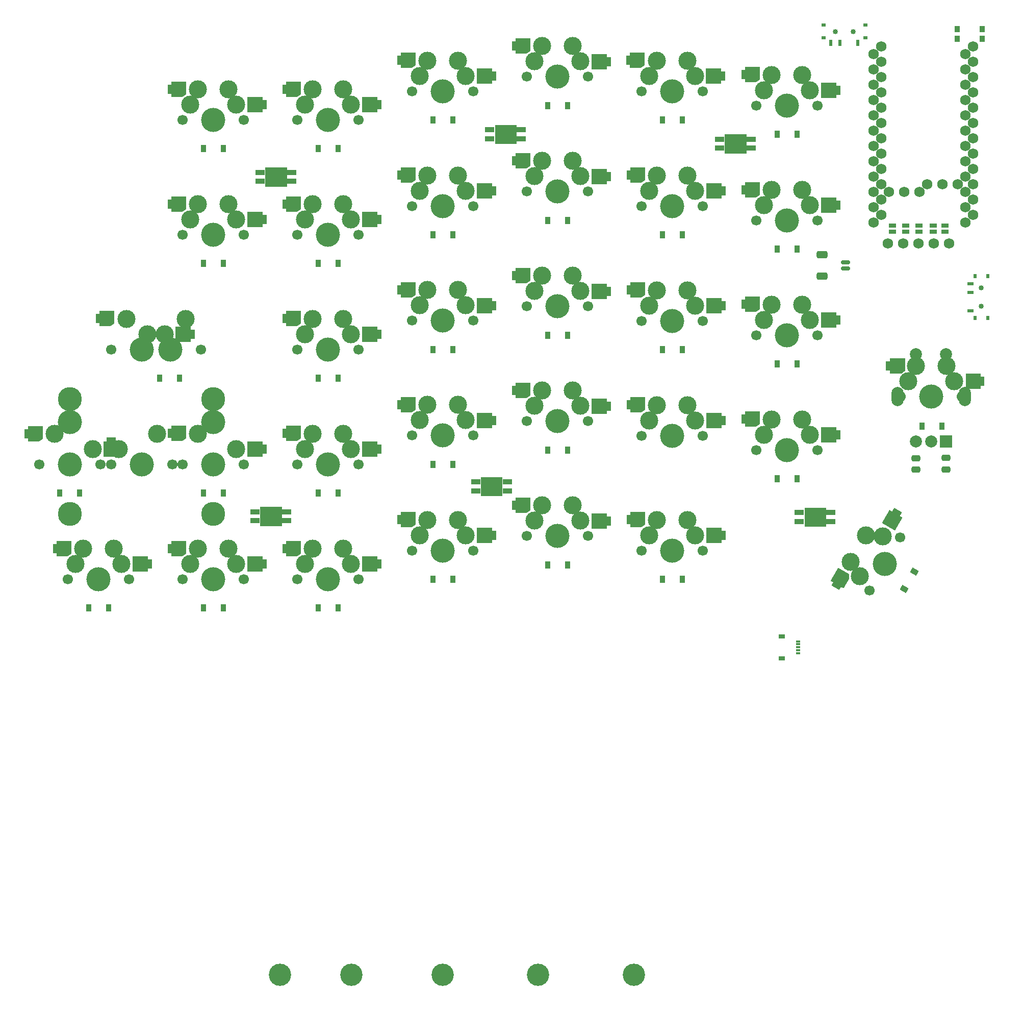
<source format=gbr>
%TF.GenerationSoftware,KiCad,Pcbnew,(6.0.11)*%
%TF.CreationDate,2023-05-19T13:45:06-07:00*%
%TF.ProjectId,suite61pcb,73756974-6536-4317-9063-622e6b696361,rev?*%
%TF.SameCoordinates,Original*%
%TF.FileFunction,Soldermask,Top*%
%TF.FilePolarity,Negative*%
%FSLAX46Y46*%
G04 Gerber Fmt 4.6, Leading zero omitted, Abs format (unit mm)*
G04 Created by KiCad (PCBNEW (6.0.11)) date 2023-05-19 13:45:06*
%MOMM*%
%LPD*%
G01*
G04 APERTURE LIST*
G04 Aperture macros list*
%AMRoundRect*
0 Rectangle with rounded corners*
0 $1 Rounding radius*
0 $2 $3 $4 $5 $6 $7 $8 $9 X,Y pos of 4 corners*
0 Add a 4 corners polygon primitive as box body*
4,1,4,$2,$3,$4,$5,$6,$7,$8,$9,$2,$3,0*
0 Add four circle primitives for the rounded corners*
1,1,$1+$1,$2,$3*
1,1,$1+$1,$4,$5*
1,1,$1+$1,$6,$7*
1,1,$1+$1,$8,$9*
0 Add four rect primitives between the rounded corners*
20,1,$1+$1,$2,$3,$4,$5,0*
20,1,$1+$1,$4,$5,$6,$7,0*
20,1,$1+$1,$6,$7,$8,$9,0*
20,1,$1+$1,$8,$9,$2,$3,0*%
%AMRotRect*
0 Rectangle, with rotation*
0 The origin of the aperture is its center*
0 $1 length*
0 $2 width*
0 $3 Rotation angle, in degrees counterclockwise*
0 Add horizontal line*
21,1,$1,$2,0,0,$3*%
%AMFreePoly0*
4,1,24,2.735355,1.235355,2.750000,1.200000,2.750000,-0.800000,2.748029,-0.804757,2.749028,-0.809806,2.740927,-0.821903,2.735355,-0.835355,2.730600,-0.837325,2.727735,-0.841603,2.127735,-1.241603,2.113450,-1.244429,2.100000,-1.250000,0.300000,-1.250000,0.264645,-1.235355,0.250000,-1.200000,0.250000,-0.750000,-0.350000,-0.750000,-0.350000,0.750000,0.250000,0.750000,0.250000,1.200000,
0.264645,1.235355,0.300000,1.250000,2.700000,1.250000,2.735355,1.235355,2.735355,1.235355,$1*%
%AMFreePoly1*
4,1,17,-0.364645,1.235355,-0.350000,1.200000,-0.350000,0.750000,0.350000,0.750000,0.350000,-0.750000,-0.350000,-0.750000,-0.350000,-1.200000,-0.364645,-1.235355,-0.400000,-1.250000,-2.800000,-1.250000,-2.835355,-1.235355,-2.850000,-1.200000,-2.850000,1.200000,-2.835355,1.235355,-2.800000,1.250000,-0.400000,1.250000,-0.364645,1.235355,-0.364645,1.235355,$1*%
%AMFreePoly2*
4,1,13,0.774354,0.410354,0.774500,0.410000,0.774500,-0.410000,0.774354,-0.410354,0.774000,-0.410500,-0.772000,-0.410500,-0.772354,-0.410354,-0.772500,-0.410000,-0.772500,0.410000,-0.772354,0.410354,-0.772000,0.410500,0.774000,0.410500,0.774354,0.410354,0.774354,0.410354,$1*%
%AMFreePoly3*
4,1,13,0.772354,0.410354,0.772500,0.410000,0.772500,-0.410190,0.772354,-0.410544,0.772000,-0.410690,-0.774000,-0.410500,-0.774354,-0.410354,-0.774500,-0.410000,-0.774500,0.410000,-0.774354,0.410354,-0.774000,0.410500,0.772000,0.410500,0.772354,0.410354,0.772354,0.410354,$1*%
%AMFreePoly4*
4,1,13,0.772354,0.410354,0.772500,0.410000,0.772500,-0.410000,0.772354,-0.410354,0.772000,-0.410500,-0.774000,-0.410500,-0.774354,-0.410354,-0.774500,-0.410000,-0.774500,0.410000,-0.774354,0.410354,-0.774000,0.410500,0.772000,0.410500,0.772354,0.410354,0.772354,0.410354,$1*%
%AMFreePoly5*
4,1,17,2.735355,1.235355,2.750000,1.200000,2.750000,-1.200000,2.735355,-1.235355,2.700000,-1.250000,0.300000,-1.250000,0.264645,-1.235355,0.250000,-1.200000,0.250000,-0.750000,-0.350000,-0.750000,-0.350000,0.750000,0.250000,0.750000,0.250000,1.200000,0.264645,1.235355,0.300000,1.250000,2.700000,1.250000,2.735355,1.235355,2.735355,1.235355,$1*%
%AMFreePoly6*
4,1,24,-0.364645,1.235355,-0.350000,1.200000,-0.350000,0.750000,0.350000,0.750000,0.350000,-0.750000,-0.350000,-0.750000,-0.350000,-1.200000,-0.364645,-1.235355,-0.400000,-1.250000,-2.800000,-1.250000,-2.835355,-1.235355,-2.850000,-1.200000,-2.850000,0.800000,-2.848878,0.802708,-2.849694,0.805522,-2.841697,0.820044,-2.835355,0.835355,-2.832649,0.836476,-2.831235,0.839043,-2.331235,1.239043,
-2.315318,1.243655,-2.300000,1.250000,-0.400000,1.250000,-0.364645,1.235355,-0.364645,1.235355,$1*%
%AMFreePoly7*
4,1,13,0.774000,0.410500,0.774354,0.410354,0.774500,0.410000,0.774500,-0.410000,0.774354,-0.410354,0.774000,-0.410500,-0.772000,-0.410500,-0.772354,-0.410354,-0.772500,-0.410000,-0.772500,0.410190,-0.772354,0.410544,-0.772000,0.410690,0.774000,0.410500,0.774000,0.410500,$1*%
G04 Aperture macros list end*
%ADD10C,0.010000*%
%ADD11C,3.000000*%
%ADD12C,1.700000*%
%ADD13C,4.000000*%
%ADD14FreePoly0,0.000000*%
%ADD15FreePoly1,0.000000*%
%ADD16C,3.700000*%
%ADD17R,1.143000X0.635000*%
%ADD18C,0.850000*%
%ADD19R,0.500000X1.000000*%
%ADD20R,0.800000X0.500000*%
%ADD21R,1.000000X0.500000*%
%ADD22R,0.500000X0.800000*%
%ADD23FreePoly2,0.000000*%
%ADD24FreePoly3,0.000000*%
%ADD25FreePoly4,0.000000*%
%ADD26RoundRect,0.250000X-0.475000X0.250000X-0.475000X-0.250000X0.475000X-0.250000X0.475000X0.250000X0*%
%ADD27FreePoly1,90.000000*%
%ADD28RoundRect,0.250000X0.475000X-0.250000X0.475000X0.250000X-0.475000X0.250000X-0.475000X-0.250000X0*%
%ADD29C,3.987800*%
%ADD30R,0.900000X1.200000*%
%ADD31R,0.900000X1.000000*%
%ADD32FreePoly0,60.000000*%
%ADD33FreePoly1,60.000000*%
%ADD34RoundRect,0.150000X-0.625000X0.150000X-0.625000X-0.150000X0.625000X-0.150000X0.625000X0.150000X0*%
%ADD35RoundRect,0.250000X-0.650000X0.350000X-0.650000X-0.350000X0.650000X-0.350000X0.650000X0.350000X0*%
%ADD36R,0.700000X0.300000*%
%ADD37R,1.000000X0.700000*%
%ADD38C,1.752600*%
%ADD39RotRect,0.900000X1.200000X240.000000*%
%ADD40FreePoly5,180.000000*%
%ADD41FreePoly6,180.000000*%
%ADD42O,2.000000X3.200000*%
%ADD43R,2.000000X2.000000*%
%ADD44C,2.000000*%
%ADD45FreePoly4,180.000000*%
%ADD46FreePoly7,180.000000*%
%ADD47FreePoly2,180.000000*%
G04 APERTURE END LIST*
%TO.C,LED1*%
G36*
X158334714Y-48602714D02*
G01*
X154834714Y-48602714D01*
X154834714Y-45502714D01*
X158334714Y-45502714D01*
X158334714Y-48602714D01*
G37*
D10*
X158334714Y-48602714D02*
X154834714Y-48602714D01*
X154834714Y-45502714D01*
X158334714Y-45502714D01*
X158334714Y-48602714D01*
G36*
X158327714Y-48602714D02*
G01*
X154827714Y-48602714D01*
X154827714Y-45502714D01*
X158327714Y-45502714D01*
X158327714Y-48602714D01*
G37*
X158327714Y-48602714D02*
X154827714Y-48602714D01*
X154827714Y-45502714D01*
X158327714Y-45502714D01*
X158327714Y-48602714D01*
%TO.C,LED6*%
G36*
X171590964Y-110540214D02*
G01*
X168090964Y-110540214D01*
X168090964Y-107440214D01*
X171590964Y-107440214D01*
X171590964Y-110540214D01*
G37*
X171590964Y-110540214D02*
X168090964Y-110540214D01*
X168090964Y-107440214D01*
X171590964Y-107440214D01*
X171590964Y-110540214D01*
G36*
X171583964Y-110540214D02*
G01*
X168083964Y-110540214D01*
X168083964Y-107440214D01*
X171583964Y-107440214D01*
X171583964Y-110540214D01*
G37*
X171583964Y-110540214D02*
X168083964Y-110540214D01*
X168083964Y-107440214D01*
X171583964Y-107440214D01*
X171583964Y-110540214D01*
%TO.C,LED4*%
G36*
X81217214Y-110412714D02*
G01*
X77717214Y-110412714D01*
X77717214Y-107312714D01*
X81217214Y-107312714D01*
X81217214Y-110412714D01*
G37*
X81217214Y-110412714D02*
X77717214Y-110412714D01*
X77717214Y-107312714D01*
X81217214Y-107312714D01*
X81217214Y-110412714D01*
G36*
X81224214Y-110412714D02*
G01*
X77724214Y-110412714D01*
X77724214Y-107312714D01*
X81224214Y-107312714D01*
X81224214Y-110412714D01*
G37*
X81224214Y-110412714D02*
X77724214Y-110412714D01*
X77724214Y-107312714D01*
X81224214Y-107312714D01*
X81224214Y-110412714D01*
%TO.C,LED2*%
G36*
X120194964Y-47040214D02*
G01*
X116694964Y-47040214D01*
X116694964Y-43940214D01*
X120194964Y-43940214D01*
X120194964Y-47040214D01*
G37*
X120194964Y-47040214D02*
X116694964Y-47040214D01*
X116694964Y-43940214D01*
X120194964Y-43940214D01*
X120194964Y-47040214D01*
G36*
X120187964Y-47040214D02*
G01*
X116687964Y-47040214D01*
X116687964Y-43940214D01*
X120187964Y-43940214D01*
X120187964Y-47040214D01*
G37*
X120187964Y-47040214D02*
X116687964Y-47040214D01*
X116687964Y-43940214D01*
X120187964Y-43940214D01*
X120187964Y-47040214D01*
%TO.C,LED5*%
G36*
X117845714Y-105452714D02*
G01*
X114345714Y-105452714D01*
X114345714Y-102352714D01*
X117845714Y-102352714D01*
X117845714Y-105452714D01*
G37*
X117845714Y-105452714D02*
X114345714Y-105452714D01*
X114345714Y-102352714D01*
X117845714Y-102352714D01*
X117845714Y-105452714D01*
G36*
X117852714Y-105452714D02*
G01*
X114352714Y-105452714D01*
X114352714Y-102352714D01*
X117852714Y-102352714D01*
X117852714Y-105452714D01*
G37*
X117852714Y-105452714D02*
X114352714Y-105452714D01*
X114352714Y-102352714D01*
X117852714Y-102352714D01*
X117852714Y-105452714D01*
%TO.C,LED3*%
G36*
X82044214Y-54108964D02*
G01*
X78544214Y-54108964D01*
X78544214Y-51008964D01*
X82044214Y-51008964D01*
X82044214Y-54108964D01*
G37*
X82044214Y-54108964D02*
X78544214Y-54108964D01*
X78544214Y-51008964D01*
X82044214Y-51008964D01*
X82044214Y-54108964D01*
G36*
X82051214Y-54108964D02*
G01*
X78551214Y-54108964D01*
X78551214Y-51008964D01*
X82051214Y-51008964D01*
X82051214Y-54108964D01*
G37*
X82051214Y-54108964D02*
X78551214Y-54108964D01*
X78551214Y-51008964D01*
X82051214Y-51008964D01*
X82051214Y-54108964D01*
%TD*%
D11*
%TO.C,SW8*%
X91492714Y-57085214D03*
X92762714Y-59625214D03*
X86412714Y-57085214D03*
D12*
X94032714Y-62165214D03*
D11*
X85142714Y-59625213D03*
D13*
X88952714Y-62165214D03*
D12*
X83872714Y-62165214D03*
D14*
X81752714Y-57065214D03*
D15*
X97452714Y-59665214D03*
%TD*%
D16*
%TO.C,TH5*%
X123825000Y-184943750D03*
%TD*%
D12*
%TO.C,SW22*%
X74982714Y-100252714D03*
D13*
X69902714Y-100252714D03*
D11*
X73712714Y-97712714D03*
X67362714Y-95172714D03*
D12*
X64822714Y-100252714D03*
D14*
X62702714Y-95152714D03*
D15*
X78402714Y-97752714D03*
%TD*%
D17*
%TO.C,JP4*%
X184877500Y-61637880D03*
X184877500Y-60637120D03*
%TD*%
D11*
%TO.C,SW3*%
X104192714Y-35806463D03*
D12*
X113082714Y-38346464D03*
D13*
X108002714Y-38346464D03*
D11*
X110542714Y-33266464D03*
X105462714Y-33266464D03*
X111812714Y-35806464D03*
D12*
X102922714Y-38346464D03*
D14*
X100802714Y-33246464D03*
D15*
X116502714Y-35846464D03*
%TD*%
D17*
%TO.C,JP1*%
X191407500Y-61675000D03*
X191407500Y-60674240D03*
%TD*%
D11*
%TO.C,SW30*%
X72448964Y-114228964D03*
X67368964Y-114228964D03*
D12*
X74988964Y-119308964D03*
D11*
X73718964Y-116768964D03*
X66098964Y-116768963D03*
D12*
X64828964Y-119308964D03*
D13*
X69908964Y-119308964D03*
D14*
X62708964Y-114208964D03*
D15*
X78408964Y-116808964D03*
%TD*%
D18*
%TO.C,S1*%
X176190000Y-28470336D03*
X173190000Y-28470336D03*
X173190000Y-28470336D03*
X176190000Y-28470336D03*
D19*
X176940000Y-30320336D03*
X173940000Y-30320336D03*
X172440000Y-30320336D03*
D20*
X171240000Y-29520336D03*
X171240000Y-27420336D03*
X178140000Y-27420336D03*
X178140000Y-29520336D03*
%TD*%
D11*
%TO.C,SW7*%
X73718964Y-59625214D03*
D12*
X74988964Y-62165214D03*
D11*
X72448964Y-57085214D03*
D12*
X64828964Y-62165214D03*
D11*
X67368964Y-57085214D03*
D13*
X69908964Y-62165214D03*
D11*
X66098964Y-59625213D03*
D14*
X62708964Y-57065214D03*
D15*
X78408964Y-59665214D03*
%TD*%
D13*
%TO.C,SW34*%
X146108964Y-114546464D03*
D12*
X141028964Y-114546464D03*
D11*
X149918964Y-112006464D03*
D12*
X151188964Y-114546464D03*
D11*
X148648964Y-109466464D03*
X143568964Y-109466464D03*
X142298964Y-112006463D03*
D14*
X138908964Y-109446464D03*
D15*
X154608964Y-112046464D03*
%TD*%
D11*
%TO.C,SW31*%
X86418964Y-114228964D03*
X92768964Y-116768964D03*
D12*
X83878964Y-119308964D03*
D13*
X88958964Y-119308964D03*
D11*
X85148964Y-116768963D03*
X91498964Y-114228964D03*
D12*
X94038964Y-119308964D03*
D14*
X81758964Y-114208964D03*
D15*
X97458964Y-116808964D03*
%TD*%
D12*
%TO.C,SW4*%
X132132714Y-35965214D03*
D11*
X130862714Y-33425214D03*
X123242714Y-33425213D03*
X129592714Y-30885214D03*
D12*
X121972714Y-35965214D03*
D11*
X124512714Y-30885214D03*
D13*
X127052714Y-35965214D03*
D14*
X119852714Y-30865214D03*
D15*
X135552714Y-33465214D03*
%TD*%
D11*
%TO.C,SW25*%
X129598964Y-88028964D03*
D13*
X127058964Y-93108964D03*
D11*
X123248964Y-90568963D03*
X130868964Y-90568964D03*
D12*
X132138964Y-93108964D03*
D11*
X124518964Y-88028964D03*
D12*
X121978964Y-93108964D03*
D14*
X119858964Y-88008964D03*
D15*
X135558964Y-90608964D03*
%TD*%
D18*
%TO.C,S2*%
X197440000Y-71020000D03*
X197440000Y-74020000D03*
X197440000Y-71020000D03*
X197440000Y-74020000D03*
D21*
X195590000Y-74770000D03*
X195590000Y-71770000D03*
X195590000Y-70270000D03*
D22*
X196390000Y-69070000D03*
X198490000Y-69070000D03*
X198490000Y-75970000D03*
X196390000Y-75970000D03*
%TD*%
D16*
%TO.C,TH1*%
X139700000Y-184943750D03*
%TD*%
D23*
%TO.C,LED1*%
X153949714Y-46302714D03*
X153949714Y-47802714D03*
D24*
X159205714Y-47802714D03*
D25*
X159205714Y-46302714D03*
%TD*%
D12*
%TO.C,SW24*%
X102928964Y-95490214D03*
D13*
X108008964Y-95490214D03*
D11*
X104198964Y-92950213D03*
X105468964Y-90410214D03*
X110548964Y-90410214D03*
D12*
X113088964Y-95490214D03*
D11*
X111818964Y-92950214D03*
D14*
X100808964Y-90390214D03*
D15*
X116508964Y-92990214D03*
%TD*%
D12*
%TO.C,SW17*%
X132138964Y-74058964D03*
D11*
X129598964Y-68978964D03*
D12*
X121978964Y-74058964D03*
D11*
X130868964Y-71518964D03*
X124518964Y-68978964D03*
X123248964Y-71518963D03*
D13*
X127058964Y-74058964D03*
D14*
X119858964Y-68958964D03*
D15*
X135558964Y-71558964D03*
%TD*%
D11*
%TO.C,SW19*%
X168968964Y-76281464D03*
D13*
X165158964Y-78821464D03*
D12*
X170238964Y-78821464D03*
X160078964Y-78821464D03*
D11*
X161348964Y-76281463D03*
X162618964Y-73741464D03*
X167698964Y-73741464D03*
D14*
X157958964Y-73721464D03*
D15*
X173658964Y-76321464D03*
%TD*%
D11*
%TO.C,SW23*%
X92768964Y-97712714D03*
X85148964Y-97712713D03*
X86418964Y-95172714D03*
X91498964Y-95172714D03*
D12*
X94038964Y-100252714D03*
X83878964Y-100252714D03*
D13*
X88958964Y-100252714D03*
D14*
X81758964Y-95152714D03*
D15*
X97458964Y-97752714D03*
%TD*%
D26*
%TO.C,C1*%
X191577714Y-99202714D03*
X191577714Y-101102714D03*
%TD*%
D11*
%TO.C,SW6*%
X168962714Y-38187714D03*
D13*
X165152714Y-40727714D03*
D12*
X160072714Y-40727714D03*
D11*
X162612714Y-35647714D03*
X161342714Y-38187713D03*
X167692714Y-35647714D03*
D12*
X170232714Y-40727714D03*
D14*
X157952714Y-35627714D03*
D15*
X173652714Y-38227714D03*
%TD*%
D16*
%TO.C,TH4*%
X80962500Y-184943750D03*
%TD*%
D17*
%TO.C,JP2*%
X189447500Y-61682880D03*
X189447500Y-60682120D03*
%TD*%
D12*
%TO.C,SW16*%
X113088964Y-76440214D03*
D13*
X108008964Y-76440214D03*
D11*
X111818964Y-73900214D03*
D12*
X102928964Y-76440214D03*
D11*
X104198964Y-73900213D03*
X110548964Y-71360214D03*
X105468964Y-71360214D03*
D14*
X100808964Y-71340214D03*
D15*
X116508964Y-73940214D03*
%TD*%
D11*
%TO.C,SW33*%
X124518964Y-107085214D03*
D12*
X132138964Y-112165214D03*
D11*
X129598964Y-107085214D03*
X123248964Y-109625213D03*
X130868964Y-109625214D03*
D13*
X127058964Y-112165214D03*
D12*
X121978964Y-112165214D03*
D14*
X119858964Y-107065214D03*
D15*
X135558964Y-109665214D03*
%TD*%
D11*
%TO.C,SW12*%
X168962714Y-57243964D03*
D12*
X160072714Y-59783964D03*
D11*
X162612714Y-54703964D03*
X161342714Y-57243963D03*
X167692714Y-54703964D03*
D13*
X165152714Y-59783964D03*
D12*
X170232714Y-59783964D03*
D14*
X157952714Y-54683964D03*
D15*
X173652714Y-57283964D03*
%TD*%
D16*
%TO.C,TH2*%
X92868750Y-184943750D03*
%TD*%
D12*
%TO.C,SW28*%
X51176464Y-100258964D03*
D11*
X49906464Y-97718964D03*
X43556464Y-95178964D03*
D13*
X46096464Y-100258964D03*
D12*
X41016464Y-100258964D03*
D14*
X38896464Y-95158964D03*
D15*
X54596464Y-97758964D03*
D27*
X52996464Y-96158964D03*
%TD*%
D28*
%TO.C,C2*%
X186577714Y-101127714D03*
X186577714Y-99227714D03*
%TD*%
D12*
%TO.C,SW27*%
X170238964Y-97871464D03*
D11*
X162618964Y-92791464D03*
X167698964Y-92791464D03*
D12*
X160078964Y-97871464D03*
D11*
X168968964Y-95331464D03*
D13*
X165158964Y-97871464D03*
D11*
X161348964Y-95331463D03*
D14*
X157958964Y-92771464D03*
D15*
X173658964Y-95371464D03*
%TD*%
D13*
%TO.C,SW14*%
X57996464Y-81202714D03*
D12*
X52916464Y-81202714D03*
D11*
X55456464Y-76122714D03*
D29*
X46090214Y-89457714D03*
D11*
X61806464Y-78662714D03*
D12*
X63076464Y-81202714D03*
D29*
X69902714Y-89457714D03*
D14*
X50796464Y-76102714D03*
D15*
X66496464Y-78702714D03*
%TD*%
D12*
%TO.C,SW29*%
X55938964Y-119308964D03*
D11*
X47048964Y-116768963D03*
D12*
X45778964Y-119308964D03*
D11*
X53398964Y-114228964D03*
X48318964Y-114228964D03*
D13*
X50858964Y-119308964D03*
D11*
X54668964Y-116768964D03*
D14*
X43658964Y-114208964D03*
D15*
X59358964Y-116808964D03*
%TD*%
D30*
%TO.C,D33*%
X187590000Y-93908964D03*
X190890000Y-93908964D03*
%TD*%
D12*
%TO.C,SW10*%
X121972714Y-55021464D03*
D11*
X124512714Y-49941464D03*
D12*
X132132714Y-55021464D03*
D11*
X130862714Y-52481464D03*
D13*
X127052714Y-55021464D03*
D11*
X129592714Y-49941464D03*
X123242714Y-52481463D03*
D14*
X119852714Y-49921464D03*
D15*
X135552714Y-52521464D03*
%TD*%
D11*
%TO.C,SW9*%
X104192714Y-54862713D03*
D12*
X113082714Y-57402714D03*
D11*
X111812714Y-54862714D03*
X105462714Y-52322714D03*
D12*
X102922714Y-57402714D03*
D11*
X110542714Y-52322714D03*
D13*
X108002714Y-57402714D03*
D14*
X100802714Y-52302714D03*
D15*
X116502714Y-54902714D03*
%TD*%
D31*
%TO.C,SW20*%
X197527714Y-28028050D03*
X193427714Y-28028050D03*
X197527714Y-29628050D03*
X193427714Y-29628050D03*
%TD*%
D23*
%TO.C,LED6*%
X167205964Y-108240214D03*
X167205964Y-109740214D03*
D24*
X172461964Y-109740214D03*
D25*
X172461964Y-108240214D03*
%TD*%
D17*
%TO.C,JP8*%
X187065214Y-61642714D03*
X187065214Y-60641954D03*
%TD*%
D13*
%TO.C,SW35*%
X181383964Y-116766464D03*
D12*
X178843964Y-121165873D03*
D11*
X178254555Y-112026759D03*
X175714555Y-116426169D03*
D12*
X183923964Y-112367055D03*
D11*
X177279259Y-118796020D03*
X181089259Y-112196907D03*
D32*
X173367234Y-120451847D03*
D33*
X183468900Y-108155248D03*
%TD*%
D17*
%TO.C,JP5*%
X182647500Y-61675000D03*
X182647500Y-60674240D03*
%TD*%
D34*
%TO.C,J1*%
X174847714Y-66757714D03*
X174847714Y-67757714D03*
D35*
X170972714Y-65457714D03*
X170972714Y-69057714D03*
%TD*%
D13*
%TO.C,SW11*%
X146102714Y-57408964D03*
D12*
X151182714Y-57408964D03*
D11*
X148642714Y-52328964D03*
D12*
X141022714Y-57408964D03*
D11*
X142292714Y-54868963D03*
X149912714Y-54868964D03*
X143562714Y-52328964D03*
D14*
X138902714Y-52308964D03*
D15*
X154602714Y-54908964D03*
%TD*%
D36*
%TO.C,J2*%
X166977286Y-131620000D03*
X166977286Y-131120000D03*
X166977286Y-130620000D03*
X166977286Y-130120000D03*
X166977286Y-129620000D03*
D37*
X164327286Y-128830000D03*
X164327286Y-132410000D03*
%TD*%
D38*
%TO.C,Display1*%
X181937714Y-63628050D03*
X184477714Y-63628050D03*
X187017714Y-63628050D03*
X189557714Y-63628050D03*
X192097714Y-63628050D03*
%TD*%
D12*
%TO.C,SW15*%
X94038964Y-81202714D03*
D11*
X85148964Y-78662713D03*
X91498964Y-76122714D03*
X86418964Y-76122714D03*
X92768964Y-78662714D03*
D12*
X83878964Y-81202714D03*
D13*
X88958964Y-81202714D03*
D14*
X81758964Y-76102714D03*
D15*
X97458964Y-78702714D03*
%TD*%
D11*
%TO.C,SW18*%
X142298964Y-73906463D03*
X149918964Y-73906464D03*
D12*
X141028964Y-76446464D03*
X151188964Y-76446464D03*
D13*
X146108964Y-76446464D03*
D11*
X143568964Y-71366464D03*
X148648964Y-71366464D03*
D14*
X138908964Y-71346464D03*
D15*
X154608964Y-73946464D03*
%TD*%
D16*
%TO.C,TH3*%
X107950000Y-184943750D03*
%TD*%
D11*
%TO.C,SW26*%
X149918964Y-92956464D03*
D12*
X151188964Y-95496464D03*
D11*
X148648964Y-90416464D03*
X143568964Y-90416464D03*
D13*
X146108964Y-95496464D03*
D12*
X141028964Y-95496464D03*
D11*
X142298964Y-92956463D03*
D14*
X138908964Y-90396464D03*
D15*
X154608964Y-92996464D03*
%TD*%
D13*
%TO.C,SW2*%
X88952714Y-43108964D03*
D12*
X83872714Y-43108964D03*
D11*
X86412714Y-38028964D03*
X85142714Y-40568963D03*
X91492714Y-38028964D03*
X92762714Y-40568964D03*
D12*
X94032714Y-43108964D03*
D14*
X81752714Y-38008964D03*
D15*
X97452714Y-40608964D03*
%TD*%
D11*
%TO.C,SW32*%
X111818964Y-112006464D03*
D13*
X108008964Y-114546464D03*
D12*
X113088964Y-114546464D03*
D11*
X104198964Y-112006463D03*
X105468964Y-109466464D03*
X110548964Y-109466464D03*
D12*
X102928964Y-114546464D03*
D14*
X100808964Y-109446464D03*
D15*
X116508964Y-112046464D03*
%TD*%
D13*
%TO.C,SW5*%
X146052714Y-38346464D03*
D12*
X151132714Y-38346464D03*
D11*
X143512714Y-33266464D03*
X142242714Y-35806463D03*
X148592714Y-33266464D03*
X149862714Y-35806464D03*
D12*
X140972714Y-38346464D03*
D14*
X138852714Y-33246464D03*
D15*
X154552714Y-35846464D03*
%TD*%
D11*
%TO.C,SW1*%
X72448964Y-38028964D03*
X66098964Y-40568963D03*
D13*
X69908964Y-43108964D03*
D12*
X64828964Y-43108964D03*
D11*
X67368964Y-38028964D03*
D12*
X74988964Y-43108964D03*
D11*
X73718964Y-40568964D03*
D14*
X62708964Y-38008964D03*
D15*
X78408964Y-40608964D03*
%TD*%
D30*
%TO.C,D26*%
X49208964Y-124071464D03*
X52508964Y-124071464D03*
%TD*%
%TO.C,D8*%
X87302714Y-66921464D03*
X90602714Y-66921464D03*
%TD*%
%TO.C,D7*%
X68258960Y-66927714D03*
X71558960Y-66927714D03*
%TD*%
%TO.C,D18*%
X163502714Y-83590214D03*
X166802714Y-83590214D03*
%TD*%
%TO.C,D9*%
X106352714Y-62158964D03*
X109652714Y-62158964D03*
%TD*%
%TO.C,D24*%
X163502714Y-102640214D03*
X166802714Y-102640214D03*
%TD*%
%TO.C,D22*%
X125402714Y-97877714D03*
X128702714Y-97877714D03*
%TD*%
D39*
%TO.C,D32*%
X184648259Y-120897709D03*
X186298259Y-118039825D03*
%TD*%
D11*
%TO.C,SW36*%
X186543964Y-83926464D03*
X191623964Y-83926464D03*
D13*
X189083964Y-89006464D03*
D12*
X184003964Y-89006464D03*
D11*
X192893964Y-86466463D03*
X185273964Y-86466464D03*
D12*
X194163964Y-89006464D03*
D40*
X197583964Y-86506464D03*
D41*
X181883964Y-83906464D03*
%TD*%
D30*
%TO.C,D27*%
X68258964Y-124077714D03*
X71558964Y-124077714D03*
%TD*%
%TO.C,D13*%
X61015214Y-85971464D03*
X64315214Y-85971464D03*
%TD*%
%TO.C,D5*%
X144452714Y-43115214D03*
X147752714Y-43115214D03*
%TD*%
%TO.C,D6*%
X163508964Y-45490214D03*
X166808964Y-45490214D03*
%TD*%
D42*
%TO.C,SW37*%
X194683964Y-89006464D03*
X183483964Y-89006464D03*
D43*
X191583964Y-96506464D03*
D44*
X186583964Y-96506464D03*
X189083964Y-96506464D03*
X186583964Y-82006464D03*
X191583964Y-82006464D03*
%TD*%
D38*
%TO.C,U1*%
X179514414Y-32213850D03*
X196024414Y-30943850D03*
X196024414Y-33483850D03*
X179514414Y-34753850D03*
X179514414Y-37293850D03*
X196024414Y-36023850D03*
X196024414Y-38563850D03*
X179514414Y-39833850D03*
X179514414Y-42373850D03*
X196024414Y-41103850D03*
X196024414Y-43643850D03*
X179514414Y-44913850D03*
X179514414Y-47453850D03*
X196024414Y-46183850D03*
X196024414Y-48723850D03*
X179514414Y-49993850D03*
X179514414Y-52533850D03*
X196024414Y-51263850D03*
X179514414Y-55073850D03*
X196024414Y-53803850D03*
X196024414Y-56343850D03*
X179514414Y-57613850D03*
X179514414Y-60153850D03*
X196024414Y-58883850D03*
X180784414Y-58883850D03*
X194754414Y-60153850D03*
X180784414Y-56343850D03*
X194754414Y-57613850D03*
X180784414Y-53803850D03*
X194754414Y-55073850D03*
X180784414Y-51263850D03*
X194754414Y-52533850D03*
X180784414Y-48723850D03*
X194754414Y-49993850D03*
X194754414Y-47453850D03*
X180784414Y-46183850D03*
X194754414Y-44913850D03*
X180784414Y-43643850D03*
X194754414Y-42373850D03*
X180784414Y-41103850D03*
X180784414Y-38563850D03*
X194754414Y-39833850D03*
X180784414Y-36023850D03*
X194754414Y-37293850D03*
X194754414Y-34753850D03*
X180784414Y-33483850D03*
X194754414Y-32213850D03*
X180784414Y-30943850D03*
X182054414Y-55073850D03*
X193484414Y-53803850D03*
X184594414Y-55073850D03*
X190944414Y-53803850D03*
X188404414Y-53803850D03*
X187134414Y-55073850D03*
%TD*%
D45*
%TO.C,LED4*%
X76839214Y-108112714D03*
X76839214Y-109612714D03*
D46*
X82095214Y-109612714D03*
D47*
X82095214Y-108112714D03*
%TD*%
D45*
%TO.C,LED2*%
X115809964Y-44740214D03*
X115809964Y-46240214D03*
D46*
X121065964Y-46240214D03*
D47*
X121065964Y-44740214D03*
%TD*%
D30*
%TO.C,D4*%
X125402714Y-40727714D03*
X128702714Y-40727714D03*
%TD*%
%TO.C,D3*%
X106352714Y-43108964D03*
X109652714Y-43108964D03*
%TD*%
%TO.C,D19*%
X68258964Y-105021464D03*
X71558964Y-105021464D03*
%TD*%
%TO.C,D20*%
X87302714Y-105021464D03*
X90602714Y-105021464D03*
%TD*%
%TO.C,D10*%
X125402714Y-59777714D03*
X128702714Y-59777714D03*
%TD*%
%TO.C,D12*%
X163502714Y-64540214D03*
X166802714Y-64540214D03*
%TD*%
D45*
%TO.C,LED5*%
X113467714Y-103152714D03*
X113467714Y-104652714D03*
D46*
X118723714Y-104652714D03*
D47*
X118723714Y-103152714D03*
%TD*%
D30*
%TO.C,D31*%
X144458964Y-119308964D03*
X147758964Y-119308964D03*
%TD*%
%TO.C,D28*%
X87308964Y-124071464D03*
X90608964Y-124071464D03*
%TD*%
%TO.C,D17*%
X144452714Y-81215214D03*
X147752714Y-81215214D03*
%TD*%
D29*
%TO.C,SW21*%
X46090214Y-108507714D03*
X69902714Y-108507714D03*
D13*
X46090214Y-93267714D03*
D11*
X60536464Y-95172714D03*
D12*
X52916464Y-100252714D03*
D13*
X57996464Y-100252714D03*
D12*
X63076464Y-100252714D03*
D11*
X54186464Y-97712714D03*
D13*
X69902714Y-93267714D03*
%TD*%
D45*
%TO.C,LED3*%
X77666214Y-51808964D03*
X77666214Y-53308964D03*
D46*
X82922214Y-53308964D03*
D47*
X82922214Y-51808964D03*
%TD*%
D30*
%TO.C,D1*%
X68258964Y-47871464D03*
X71558964Y-47871464D03*
%TD*%
%TO.C,D30*%
X125408964Y-116927714D03*
X128708964Y-116927714D03*
%TD*%
%TO.C,D11*%
X144452714Y-62165214D03*
X147752714Y-62165214D03*
%TD*%
%TO.C,D2*%
X87302714Y-47871464D03*
X90602714Y-47871464D03*
%TD*%
D12*
%TO.C,SW13*%
X57685214Y-81202714D03*
D13*
X62765214Y-81202714D03*
D12*
X67845214Y-81202714D03*
D11*
X65305214Y-76122714D03*
X58955214Y-78662714D03*
%TD*%
D30*
%TO.C,D16*%
X125402714Y-78827714D03*
X128702714Y-78827714D03*
%TD*%
%TO.C,D25*%
X44446464Y-105021464D03*
X47746464Y-105021464D03*
%TD*%
%TO.C,D21*%
X106352714Y-100258964D03*
X109652714Y-100258964D03*
%TD*%
%TO.C,D14*%
X87302714Y-85971464D03*
X90602714Y-85971464D03*
%TD*%
%TO.C,D15*%
X106352714Y-81208964D03*
X109652714Y-81208964D03*
%TD*%
%TO.C,D29*%
X106365214Y-119308964D03*
X109665214Y-119308964D03*
%TD*%
M02*

</source>
